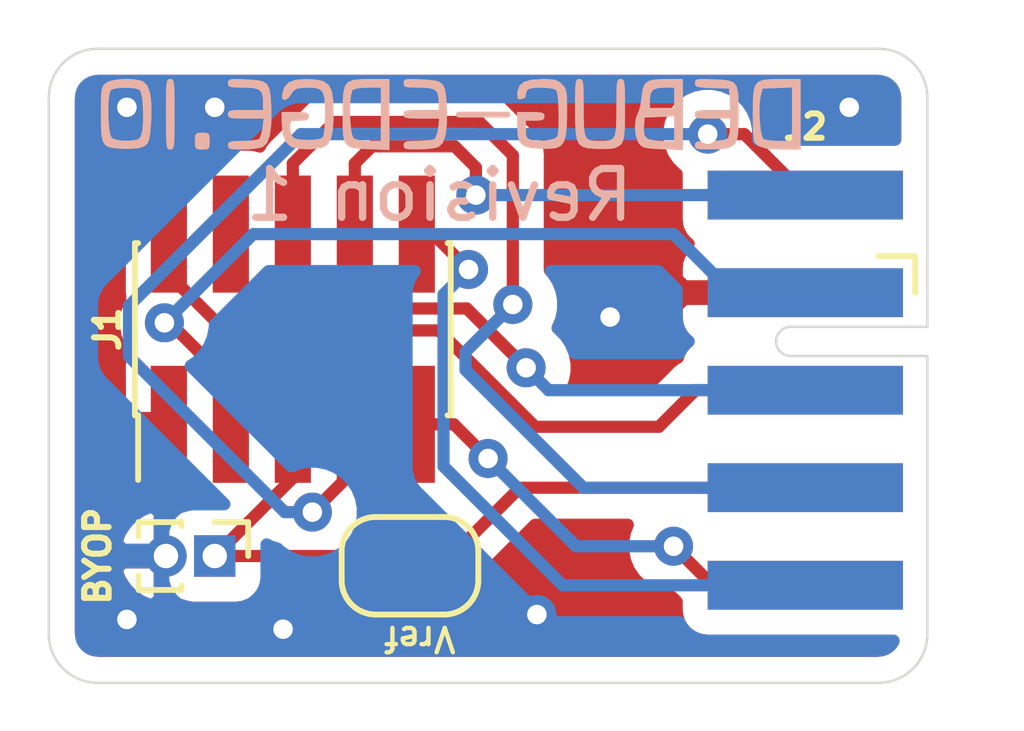
<source format=kicad_pcb>
(kicad_pcb (version 20171130) (host pcbnew "(5.1.6)-1")

  (general
    (thickness 1.6)
    (drawings 11)
    (tracks 81)
    (zones 0)
    (modules 5)
    (nets 12)
  )

  (page A4)
  (title_block
    (title "DebugEdge Adapter")
    (date 2020-08-27)
    (rev 1)
    (company debug-edge.io)
    (comment 1 "Brainchild of @tannewt, @_nitz, and @GregDavill")
  )

  (layers
    (0 F.Cu signal)
    (31 B.Cu signal)
    (32 B.Adhes user)
    (33 F.Adhes user)
    (34 B.Paste user)
    (35 F.Paste user)
    (36 B.SilkS user)
    (37 F.SilkS user)
    (38 B.Mask user)
    (39 F.Mask user)
    (40 Dwgs.User user)
    (41 Cmts.User user)
    (42 Eco1.User user)
    (43 Eco2.User user)
    (44 Edge.Cuts user)
    (45 Margin user)
    (46 B.CrtYd user)
    (47 F.CrtYd user)
    (48 B.Fab user)
    (49 F.Fab user hide)
  )

  (setup
    (last_trace_width 0.25)
    (trace_clearance 0.2)
    (zone_clearance 0.508)
    (zone_45_only no)
    (trace_min 0.2)
    (via_size 0.8)
    (via_drill 0.4)
    (via_min_size 0.4)
    (via_min_drill 0.3)
    (uvia_size 0.3)
    (uvia_drill 0.1)
    (uvias_allowed no)
    (uvia_min_size 0.2)
    (uvia_min_drill 0.1)
    (edge_width 0.05)
    (segment_width 0.2)
    (pcb_text_width 0.3)
    (pcb_text_size 1.5 1.5)
    (mod_edge_width 0.12)
    (mod_text_size 1 1)
    (mod_text_width 0.15)
    (pad_size 1.524 1.524)
    (pad_drill 0.762)
    (pad_to_mask_clearance 0.05)
    (aux_axis_origin 0 0)
    (visible_elements 7FFFFFFF)
    (pcbplotparams
      (layerselection 0x010fc_ffffffff)
      (usegerberextensions false)
      (usegerberattributes true)
      (usegerberadvancedattributes true)
      (creategerberjobfile true)
      (excludeedgelayer true)
      (linewidth 0.100000)
      (plotframeref false)
      (viasonmask false)
      (mode 1)
      (useauxorigin false)
      (hpglpennumber 1)
      (hpglpenspeed 20)
      (hpglpendiameter 15.000000)
      (psnegative false)
      (psa4output false)
      (plotreference true)
      (plotvalue true)
      (plotinvisibletext false)
      (padsonsilk false)
      (subtractmaskfromsilk false)
      (outputformat 1)
      (mirror false)
      (drillshape 1)
      (scaleselection 1)
      (outputdirectory ""))
  )

  (net 0 "")
  (net 1 /~RESET~)
  (net 2 GND)
  (net 3 /SWCLK)
  (net 4 /SWDIO)
  (net 5 VCC)
  (net 6 "Net-(J1-Pad7)")
  (net 7 "Net-(J1-Pad10)")
  (net 8 "Net-(J1-Pad9)")
  (net 9 "Net-(J1-Pad8)")
  (net 10 "Net-(J1-Pad6)")
  (net 11 "Net-(J2-Pad5)")

  (net_class Default "This is the default net class."
    (clearance 0.2)
    (trace_width 0.25)
    (via_dia 0.8)
    (via_drill 0.4)
    (uvia_dia 0.3)
    (uvia_drill 0.1)
    (add_net /SWCLK)
    (add_net /SWDIO)
    (add_net /~RESET~)
    (add_net GND)
    (add_net "Net-(J1-Pad10)")
    (add_net "Net-(J1-Pad6)")
    (add_net "Net-(J1-Pad7)")
    (add_net "Net-(J1-Pad8)")
    (add_net "Net-(J1-Pad9)")
    (add_net "Net-(J2-Pad5)")
    (add_net VCC)
  )

  (module Connector_DebugEdge:DebugEdge_2x05_Host (layer F.Cu) (tedit 5F47DF0E) (tstamp 5F46580B)
    (at 170 95 270)
    (path /5F46B9DC)
    (fp_text reference J2 (at -5.4 2.5 180) (layer F.SilkS)
      (effects (font (size 0.5 0.5) (thickness 0.125)))
    )
    (fp_text value DebugEdge_02x05 (at -1.2 -2 270) (layer F.Fab)
      (effects (font (size 1 1) (thickness 0.15)))
    )
    (fp_line (start 5 -0.5) (end 5 5) (layer B.CrtYd) (width 0.05))
    (fp_line (start -5 -0.5) (end 5 -0.5) (layer B.CrtYd) (width 0.05))
    (fp_line (start -5 5) (end -5 -0.5) (layer B.CrtYd) (width 0.05))
    (fp_line (start 5 5) (end -5 5) (layer B.CrtYd) (width 0.05))
    (fp_line (start -5 -0.5) (end -5 5) (layer F.CrtYd) (width 0.05))
    (fp_line (start 5 -0.5) (end -5 -0.5) (layer F.CrtYd) (width 0.05))
    (fp_line (start 5 5) (end 5 -0.5) (layer F.CrtYd) (width 0.05))
    (fp_line (start -5 5) (end 5 5) (layer F.CrtYd) (width 0.05))
    (fp_line (start -0.7 0) (end 5 0) (layer Edge.Cuts) (width 0.05))
    (fp_line (start -5 0) (end -1.3 0) (layer Edge.Cuts) (width 0.05))
    (fp_line (start -0.7 2.8) (end -0.7 0) (layer Edge.Cuts) (width 0.05))
    (fp_line (start -1.3 0) (end -1.3 2.8) (layer Edge.Cuts) (width 0.05))
    (fp_line (start -2 0.25) (end -2.75 0.25) (layer F.SilkS) (width 0.12))
    (fp_line (start -2.75 0.25) (end -2.75 1) (layer F.SilkS) (width 0.12))
    (fp_arc (start -1 2.8) (end -1.3 2.8) (angle -180) (layer Edge.Cuts) (width 0.05))
    (pad 9 smd rect (at 4 2.5 270) (size 1 4) (layers F.Cu F.Mask)
      (net 8 "Net-(J1-Pad9)"))
    (pad 5 smd rect (at 2 2.5 270) (size 1 4) (layers F.Cu F.Mask)
      (net 11 "Net-(J2-Pad5)"))
    (pad 2 smd rect (at 0 2.5 270) (size 1 4) (layers F.Cu F.Mask)
      (net 4 /SWDIO))
    (pad 1 smd rect (at -2 2.5 270) (size 1 4) (layers F.Cu F.Mask)
      (net 2 GND))
    (pad 7 smd rect (at -4 2.5 270) (size 1 4) (layers F.Cu F.Mask)
      (net 6 "Net-(J1-Pad7)"))
    (pad 10 smd rect (at 4 2.5 270) (size 1 4) (layers B.Cu B.Mask)
      (net 7 "Net-(J1-Pad10)"))
    (pad 6 smd rect (at 2 2.5 270) (size 1 4) (layers B.Cu B.Mask)
      (net 10 "Net-(J1-Pad6)"))
    (pad 3 smd rect (at -2 2.5 270) (size 1 4) (layers B.Cu B.Mask)
      (net 3 /SWCLK))
    (pad 8 smd rect (at -4 2.5 270) (size 1 4) (layers B.Cu B.Mask)
      (net 9 "Net-(J1-Pad8)"))
    (pad 4 smd rect (at 0 2.5 270) (size 1 4) (layers B.Cu B.Mask)
      (net 1 /~RESET~))
  )

  (module Connector_DebugEdge:DebugEdge_URL_Silk (layer B.Cu) (tedit 5F4720B6) (tstamp 5F47903F)
    (at 161 89.5 180)
    (fp_text reference Ref** (at 0 0) (layer B.SilkS) hide
      (effects (font (size 1.27 1.27) (thickness 0.15)) (justify mirror))
    )
    (fp_text value Val** (at 0 0) (layer B.SilkS) hide
      (effects (font (size 1.27 1.27) (thickness 0.15)) (justify mirror))
    )
    (fp_line (start -0.4 0.15) (end 0.6 0.15) (layer B.SilkS) (width 0.12))
    (fp_poly (pts (xy 7.591141 0.867949) (xy 7.743646 0.836661) (xy 7.82956 0.795407) (xy 7.870379 0.758155)
      (xy 7.898248 0.713908) (xy 7.91563 0.647049) (xy 7.92499 0.541956) (xy 7.928792 0.38301)
      (xy 7.9295 0.161919) (xy 7.927664 -0.093172) (xy 7.917079 -0.276144) (xy 7.890129 -0.399539)
      (xy 7.839198 -0.475896) (xy 7.756667 -0.517757) (xy 7.634922 -0.537662) (xy 7.499265 -0.54646)
      (xy 7.333137 -0.547855) (xy 7.185837 -0.536654) (xy 7.097057 -0.51759) (xy 7.025908 -0.482153)
      (xy 6.976859 -0.430568) (xy 6.944478 -0.346846) (xy 6.923333 -0.215001) (xy 6.907992 -0.019045)
      (xy 6.906337 0.009376) (xy 7.06388 0.009376) (xy 7.080307 -0.187653) (xy 7.118123 -0.310828)
      (xy 7.178051 -0.364365) (xy 7.179469 -0.364752) (xy 7.326723 -0.387426) (xy 7.484946 -0.387797)
      (xy 7.623432 -0.368021) (xy 7.711477 -0.330255) (xy 7.714809 -0.327142) (xy 7.74549 -0.254364)
      (xy 7.767698 -0.121025) (xy 7.781064 0.049759) (xy 7.785218 0.234874) (xy 7.779791 0.411204)
      (xy 7.764413 0.555634) (xy 7.738714 0.64505) (xy 7.730533 0.6562) (xy 7.658971 0.685006)
      (xy 7.534685 0.701416) (xy 7.388782 0.704919) (xy 7.252366 0.695003) (xy 7.156543 0.671156)
      (xy 7.146728 0.665807) (xy 7.109699 0.610889) (xy 7.084563 0.494203) (xy 7.069089 0.304929)
      (xy 7.068118 0.284473) (xy 7.06388 0.009376) (xy 6.906337 0.009376) (xy 6.903921 0.050834)
      (xy 6.899984 0.359281) (xy 6.927364 0.590909) (xy 6.986538 0.747747) (xy 7.077979 0.831824)
      (xy 7.087721 0.835859) (xy 7.233299 0.869177) (xy 7.411065 0.87933) (xy 7.591141 0.867949)) (layer B.SilkS) (width 0.01))
    (fp_poly (pts (xy 6.542181 0.872562) (xy 6.564459 0.853363) (xy 6.579559 0.806913) (xy 6.588872 0.721387)
      (xy 6.593788 0.584962) (xy 6.595699 0.385814) (xy 6.596 0.156667) (xy 6.595556 -0.105541)
      (xy 6.593297 -0.294909) (xy 6.587832 -0.423258) (xy 6.57777 -0.502415) (xy 6.561721 -0.544203)
      (xy 6.538291 -0.560446) (xy 6.511333 -0.563) (xy 6.480485 -0.559227) (xy 6.458206 -0.540028)
      (xy 6.443106 -0.493578) (xy 6.433794 -0.408053) (xy 6.428878 -0.271628) (xy 6.426967 -0.07248)
      (xy 6.426666 0.156667) (xy 6.42711 0.418876) (xy 6.429369 0.608243) (xy 6.434833 0.736593)
      (xy 6.444895 0.815749) (xy 6.460945 0.857537) (xy 6.484374 0.87378) (xy 6.511333 0.876334)
      (xy 6.542181 0.872562)) (layer B.SilkS) (width 0.01))
    (fp_poly (pts (xy 5.950032 -0.229459) (xy 5.992191 -0.261112) (xy 6.003002 -0.3437) (xy 6.003333 -0.393666)
      (xy 5.998847 -0.502084) (xy 5.971151 -0.550266) (xy 5.898887 -0.562621) (xy 5.855166 -0.563)
      (xy 5.7603 -0.557873) (xy 5.718141 -0.526221) (xy 5.707331 -0.443632) (xy 5.707 -0.393666)
      (xy 5.711485 -0.285248) (xy 5.739181 -0.237066) (xy 5.811446 -0.224711) (xy 5.855166 -0.224333)
      (xy 5.950032 -0.229459)) (layer B.SilkS) (width 0.01))
    (fp_poly (pts (xy 5.247745 0.873938) (xy 5.302707 0.860229) (xy 5.323202 0.831498) (xy 5.326 0.796011)
      (xy 5.31943 0.750505) (xy 5.287923 0.723856) (xy 5.213781 0.711078) (xy 5.079308 0.707186)
      (xy 5.009989 0.707) (xy 4.821833 0.699947) (xy 4.702588 0.670917) (xy 4.63711 0.608102)
      (xy 4.610258 0.499698) (xy 4.606333 0.392284) (xy 4.606333 0.241334) (xy 4.966166 0.241334)
      (xy 5.141128 0.239758) (xy 5.247998 0.232435) (xy 5.303332 0.215468) (xy 5.323686 0.184962)
      (xy 5.326 0.156667) (xy 5.319393 0.115751) (xy 5.288615 0.090643) (xy 5.217229 0.077534)
      (xy 5.088797 0.072613) (xy 4.960661 0.072) (xy 4.595322 0.072) (xy 4.617384 -0.123735)
      (xy 4.642215 -0.248554) (xy 4.679365 -0.336946) (xy 4.696973 -0.35592) (xy 4.766781 -0.37464)
      (xy 4.89317 -0.388018) (xy 5.04025 -0.393018) (xy 5.192624 -0.39583) (xy 5.278777 -0.407056)
      (xy 5.317103 -0.43219) (xy 5.325995 -0.476723) (xy 5.326 -0.478333) (xy 5.318457 -0.522116)
      (xy 5.283937 -0.54723) (xy 5.204604 -0.558428) (xy 5.06262 -0.560464) (xy 5.019083 -0.560134)
      (xy 4.852436 -0.552472) (xy 4.708441 -0.535102) (xy 4.617799 -0.511754) (xy 4.616791 -0.511276)
      (xy 4.531417 -0.428807) (xy 4.474468 -0.275583) (xy 4.445279 -0.048484) (xy 4.44318 0.255611)
      (xy 4.444588 0.294234) (xy 4.45727 0.520144) (xy 4.482447 0.675392) (xy 4.532839 0.773984)
      (xy 4.62117 0.829926) (xy 4.76016 0.857223) (xy 4.96253 0.86988) (xy 4.967661 0.870095)
      (xy 5.141627 0.876077) (xy 5.247745 0.873938)) (layer B.SilkS) (width 0.01))
    (fp_poly (pts (xy 3.944361 0.860097) (xy 4.085208 0.806462) (xy 4.171329 0.708042) (xy 4.20933 0.590584)
      (xy 4.219265 0.494058) (xy 4.193683 0.456307) (xy 4.168614 0.453) (xy 4.099283 0.486988)
      (xy 4.051151 0.54825) (xy 3.994897 0.634781) (xy 3.92462 0.682577) (xy 3.814907 0.702718)
      (xy 3.688607 0.706352) (xy 3.543563 0.700058) (xy 3.444672 0.671266) (xy 3.383273 0.606624)
      (xy 3.350709 0.492784) (xy 3.33832 0.316397) (xy 3.336981 0.164227) (xy 3.341243 -0.019444)
      (xy 3.352151 -0.17505) (xy 3.367796 -0.280422) (xy 3.37777 -0.309) (xy 3.432508 -0.347349)
      (xy 3.544939 -0.367533) (xy 3.696166 -0.3725) (xy 3.871761 -0.364874) (xy 3.979361 -0.334184)
      (xy 4.034872 -0.268714) (xy 4.054202 -0.156745) (xy 4.055351 -0.107916) (xy 4.051065 -0.023365)
      (xy 4.021851 0.016676) (xy 3.944764 0.028837) (xy 3.8655 0.029667) (xy 3.746452 0.035207)
      (xy 3.690158 0.05821) (xy 3.675072 0.108252) (xy 3.675 0.114334) (xy 3.683576 0.160154)
      (xy 3.721776 0.1857) (xy 3.80831 0.196728) (xy 3.950166 0.199) (xy 4.225333 0.199)
      (xy 4.225333 -0.006349) (xy 4.207238 -0.236992) (xy 4.150928 -0.397645) (xy 4.053368 -0.495327)
      (xy 4.004278 -0.517595) (xy 3.836138 -0.551144) (xy 3.634589 -0.556937) (xy 3.445093 -0.53522)
      (xy 3.369202 -0.514169) (xy 3.282892 -0.4557) (xy 3.22259 -0.347156) (xy 3.185499 -0.178898)
      (xy 3.168824 0.058711) (xy 3.167236 0.1821) (xy 3.174951 0.441025) (xy 3.204698 0.627568)
      (xy 3.26576 0.75305) (xy 3.367421 0.82879) (xy 3.518963 0.86611) (xy 3.729671 0.876328)
      (xy 3.736566 0.876334) (xy 3.944361 0.860097)) (layer B.SilkS) (width 0.01))
    (fp_poly (pts (xy 2.610737 0.873503) (xy 2.762477 0.857085) (xy 2.86512 0.815189) (xy 2.928254 0.735927)
      (xy 2.961469 0.607407) (xy 2.974354 0.41774) (xy 2.9765 0.161919) (xy 2.975123 -0.095571)
      (xy 2.964653 -0.280775) (xy 2.935581 -0.406075) (xy 2.8784 -0.48385) (xy 2.7836 -0.526481)
      (xy 2.641673 -0.546347) (xy 2.443109 -0.55583) (xy 2.424723 -0.556503) (xy 2.024 -0.571172)
      (xy 2.024 0.707) (xy 2.193333 0.707) (xy 2.193333 -0.393666) (xy 2.444309 -0.393666)
      (xy 2.629314 -0.381435) (xy 2.741353 -0.343588) (xy 2.761809 -0.327142) (xy 2.79249 -0.254364)
      (xy 2.814698 -0.121025) (xy 2.828064 0.049759) (xy 2.832218 0.234874) (xy 2.826791 0.411204)
      (xy 2.811413 0.555634) (xy 2.785714 0.64505) (xy 2.777533 0.6562) (xy 2.708712 0.683899)
      (xy 2.582074 0.702118) (xy 2.460033 0.707001) (xy 2.193333 0.707) (xy 2.024 0.707)
      (xy 2.024 0.876334) (xy 2.40031 0.876334) (xy 2.610737 0.873503)) (layer B.SilkS) (width 0.01))
    (fp_poly (pts (xy 1.649412 0.873938) (xy 1.704374 0.860229) (xy 1.724869 0.831498) (xy 1.727666 0.796011)
      (xy 1.721097 0.750505) (xy 1.68959 0.723856) (xy 1.615448 0.711078) (xy 1.480974 0.707186)
      (xy 1.411656 0.707) (xy 1.2235 0.699947) (xy 1.104254 0.670917) (xy 1.038777 0.608102)
      (xy 1.011924 0.499698) (xy 1.008 0.392284) (xy 1.008 0.241334) (xy 1.367833 0.241334)
      (xy 1.542794 0.239758) (xy 1.649665 0.232435) (xy 1.704999 0.215468) (xy 1.725352 0.184962)
      (xy 1.727666 0.156667) (xy 1.72106 0.115751) (xy 1.690282 0.090643) (xy 1.618896 0.077534)
      (xy 1.490464 0.072613) (xy 1.362327 0.072) (xy 0.996988 0.072) (xy 1.019051 -0.123735)
      (xy 1.043882 -0.248554) (xy 1.081031 -0.336946) (xy 1.09864 -0.35592) (xy 1.168447 -0.37464)
      (xy 1.294837 -0.388018) (xy 1.441916 -0.393018) (xy 1.594291 -0.39583) (xy 1.680444 -0.407056)
      (xy 1.718769 -0.43219) (xy 1.727662 -0.476723) (xy 1.727666 -0.478333) (xy 1.720123 -0.522116)
      (xy 1.685603 -0.54723) (xy 1.60627 -0.558428) (xy 1.464287 -0.560464) (xy 1.42075 -0.560134)
      (xy 1.254103 -0.552472) (xy 1.110108 -0.535102) (xy 1.019466 -0.511754) (xy 1.018458 -0.511276)
      (xy 0.932586 -0.429235) (xy 0.875802 -0.277865) (xy 0.847372 -0.053672) (xy 0.846563 0.246839)
      (xy 0.848697 0.297013) (xy 0.862748 0.522236) (xy 0.888271 0.676836) (xy 0.938016 0.774848)
      (xy 1.024733 0.830308) (xy 1.161173 0.857249) (xy 1.360086 0.869707) (xy 1.369327 0.870095)
      (xy 1.543293 0.876077) (xy 1.649412 0.873938)) (layer B.SilkS) (width 0.01))
    (fp_poly (pts (xy -0.899058 0.863143) (xy -0.741092 0.820003) (xy -0.646015 0.741565) (xy -0.604765 0.622481)
      (xy -0.601315 0.564888) (xy -0.611592 0.480821) (xy -0.650703 0.464396) (xy -0.66763 0.469638)
      (xy -0.735113 0.492052) (xy -0.752296 0.495334) (xy -0.766969 0.530763) (xy -0.77 0.575471)
      (xy -0.801125 0.655025) (xy -0.836963 0.681305) (xy -0.937705 0.701314) (xy -1.075393 0.707082)
      (xy -1.21895 0.700003) (xy -1.337301 0.681472) (xy -1.396534 0.6562) (xy -1.423132 0.583399)
      (xy -1.440118 0.429851) (xy -1.447151 0.198968) (xy -1.447334 0.147153) (xy -1.446627 -0.054604)
      (xy -1.442157 -0.187912) (xy -1.430398 -0.268991) (xy -1.407825 -0.314059) (xy -1.370911 -0.339334)
      (xy -1.338745 -0.352381) (xy -1.167988 -0.387951) (xy -0.972477 -0.386362) (xy -0.86525 -0.366984)
      (xy -0.804422 -0.337099) (xy -0.776538 -0.273817) (xy -0.77 -0.155895) (xy -0.77 0.029667)
      (xy -0.9605 0.029667) (xy -1.079548 0.035207) (xy -1.135842 0.05821) (xy -1.150928 0.108252)
      (xy -1.151 0.114334) (xy -1.142424 0.160154) (xy -1.104224 0.1857) (xy -1.01769 0.196728)
      (xy -0.875834 0.199) (xy -0.600667 0.199) (xy -0.600667 -0.090772) (xy -0.610934 -0.28715)
      (xy -0.651332 -0.415919) (xy -0.736257 -0.492215) (xy -0.880104 -0.531174) (xy -1.032539 -0.544842)
      (xy -1.192223 -0.547747) (xy -1.331976 -0.540116) (xy -1.404662 -0.527719) (xy -1.488329 -0.486208)
      (xy -1.547664 -0.412147) (xy -1.586274 -0.293285) (xy -1.607766 -0.117371) (xy -1.615745 0.127849)
      (xy -1.616043 0.190341) (xy -1.615199 0.39954) (xy -1.609891 0.542048) (xy -1.596932 0.635833)
      (xy -1.573134 0.698861) (xy -1.535308 0.7491) (xy -1.512758 0.772425) (xy -1.442674 0.830318)
      (xy -1.361117 0.861898) (xy -1.240519 0.87463) (xy -1.128975 0.876334) (xy -0.899058 0.863143)) (layer B.SilkS) (width 0.01))
    (fp_poly (pts (xy -1.837549 0.872033) (xy -1.814415 0.850571) (xy -1.799479 0.799112) (xy -1.790959 0.704818)
      (xy -1.787069 0.554853) (xy -1.786026 0.336378) (xy -1.786 0.26719) (xy -1.788063 -0.011432)
      (xy -1.798463 -0.216881) (xy -1.82352 -0.360627) (xy -1.869553 -0.454141) (xy -1.94288 -0.508891)
      (xy -2.049821 -0.536347) (xy -2.196696 -0.54798) (xy -2.23599 -0.549593) (xy -2.392494 -0.55167)
      (xy -2.520347 -0.546348) (xy -2.590334 -0.535157) (xy -2.668797 -0.498925) (xy -2.725061 -0.454198)
      (xy -2.762799 -0.387394) (xy -2.785681 -0.28493) (xy -2.79738 -0.133224) (xy -2.801567 0.081308)
      (xy -2.802 0.247895) (xy -2.801435 0.490489) (xy -2.798604 0.66106) (xy -2.791804 0.77225)
      (xy -2.779331 0.8367) (xy -2.759483 0.867052) (xy -2.730556 0.875949) (xy -2.717334 0.876334)
      (xy -2.683794 0.871928) (xy -2.660514 0.850027) (xy -2.645628 0.797603) (xy -2.637271 0.701628)
      (xy -2.633575 0.549074) (xy -2.632676 0.326916) (xy -2.632667 0.285157) (xy -2.631329 0.03181)
      (xy -2.623254 -0.149076) (xy -2.602357 -0.269702) (xy -2.562548 -0.34227) (xy -2.49774 -0.378984)
      (xy -2.401845 -0.392046) (xy -2.294 -0.393666) (xy -2.167605 -0.390983) (xy -2.077361 -0.374799)
      (xy -2.01718 -0.332912) (xy -1.980975 -0.253119) (xy -1.962659 -0.123218) (xy -1.956142 0.068993)
      (xy -1.955334 0.285157) (xy -1.954703 0.519343) (xy -1.951566 0.681893) (xy -1.944058 0.785833)
      (xy -1.930313 0.844191) (xy -1.908465 0.869995) (xy -1.876648 0.876271) (xy -1.870667 0.876334)
      (xy -1.837549 0.872033)) (layer B.SilkS) (width 0.01))
    (fp_poly (pts (xy -3.447924 0.870165) (xy -3.308172 0.844415) (xy -3.222369 0.788221) (xy -3.175379 0.690718)
      (xy -3.15207 0.541043) (xy -3.149586 0.512261) (xy -3.12888 0.361228) (xy -3.096843 0.234877)
      (xy -3.071494 0.178998) (xy -3.026649 0.058173) (xy -3.012834 -0.104353) (xy -3.028692 -0.272091)
      (xy -3.07287 -0.408552) (xy -3.094546 -0.441893) (xy -3.140438 -0.489079) (xy -3.198808 -0.519814)
      (xy -3.288889 -0.538626) (xy -3.429917 -0.550043) (xy -3.58138 -0.556503) (xy -3.987334 -0.571172)
      (xy -3.987334 -0.393666) (xy -3.818 -0.393666) (xy -3.572092 -0.393666) (xy -3.424171 -0.384591)
      (xy -3.302884 -0.361213) (xy -3.251715 -0.339214) (xy -3.202698 -0.27576) (xy -3.187769 -0.168304)
      (xy -3.190708 -0.095798) (xy -3.204167 0.093167) (xy -3.511084 0.105605) (xy -3.818 0.118043)
      (xy -3.818 -0.393666) (xy -3.987334 -0.393666) (xy -3.987334 0.707) (xy -3.818 0.707)
      (xy -3.818 0.283667) (xy -3.31 0.283667) (xy -3.31 0.444534) (xy -3.325579 0.583015)
      (xy -3.38232 0.66414) (xy -3.495232 0.700832) (xy -3.6148 0.707) (xy -3.818 0.707)
      (xy -3.987334 0.707) (xy -3.987334 0.876334) (xy -3.656758 0.876334) (xy -3.447924 0.870165)) (layer B.SilkS) (width 0.01))
    (fp_poly (pts (xy -4.33112 0.874235) (xy -4.270346 0.86226) (xy -4.24579 0.836834) (xy -4.241334 0.797591)
      (xy -4.248322 0.754436) (xy -4.280475 0.727336) (xy -4.354574 0.711512) (xy -4.487401 0.702186)
      (xy -4.590584 0.698129) (xy -4.939834 0.685834) (xy -4.952629 0.463584) (xy -4.965425 0.241334)
      (xy -4.603379 0.241334) (xy -4.427777 0.239776) (xy -4.320315 0.23253) (xy -4.264484 0.215736)
      (xy -4.243777 0.185532) (xy -4.241334 0.156667) (xy -4.24803 0.1155) (xy -4.279156 0.090354)
      (xy -4.351265 0.077334) (xy -4.480915 0.072545) (xy -4.601167 0.072) (xy -4.961 0.072)
      (xy -4.961 -0.110033) (xy -4.949828 -0.234777) (xy -4.921889 -0.326284) (xy -4.9102 -0.342866)
      (xy -4.839644 -0.370524) (xy -4.704412 -0.388339) (xy -4.550367 -0.393666) (xy -4.390649 -0.395773)
      (xy -4.297795 -0.405336) (xy -4.254042 -0.427224) (xy -4.241625 -0.466302) (xy -4.241334 -0.478333)
      (xy -4.248845 -0.522101) (xy -4.28327 -0.54716) (xy -4.362448 -0.558237) (xy -4.504219 -0.560058)
      (xy -4.54825 -0.559657) (xy -4.708751 -0.554912) (xy -4.840629 -0.545594) (xy -4.916624 -0.533669)
      (xy -4.918667 -0.532967) (xy -5.002131 -0.49574) (xy -5.060343 -0.446107) (xy -5.097787 -0.369494)
      (xy -5.118944 -0.251329) (xy -5.128298 -0.077039) (xy -5.130334 0.155137) (xy -5.128967 0.41204)
      (xy -5.119035 0.596672) (xy -5.091787 0.721428) (xy -5.038474 0.798706) (xy -4.950346 0.8409)
      (xy -4.818653 0.860407) (xy -4.634647 0.869621) (xy -4.625772 0.869963) (xy -4.444225 0.875792)
      (xy -4.33112 0.874235)) (layer B.SilkS) (width 0.01))
    (fp_poly (pts (xy -5.788741 0.873953) (xy -5.637963 0.858851) (xy -5.536218 0.819084) (xy -5.473894 0.742712)
      (xy -5.441377 0.617793) (xy -5.429052 0.432385) (xy -5.427307 0.174547) (xy -5.427315 0.16725)
      (xy -5.429891 -0.040668) (xy -5.436456 -0.219105) (xy -5.44605 -0.350312) (xy -5.457711 -0.416542)
      (xy -5.459065 -0.419079) (xy -5.539657 -0.490602) (xy -5.67472 -0.536438) (xy -5.874965 -0.55925)
      (xy -6.037717 -0.563) (xy -6.400334 -0.563) (xy -6.400334 -0.393666) (xy -6.231 -0.393666)
      (xy -5.966417 -0.393018) (xy -5.816959 -0.386832) (xy -5.697062 -0.371427) (xy -5.641512 -0.354193)
      (xy -5.609363 -0.293609) (xy -5.583619 -0.170962) (xy -5.565738 -0.008708) (xy -5.557178 0.170693)
      (xy -5.559397 0.344783) (xy -5.573853 0.491104) (xy -5.583607 0.537667) (xy -5.622278 0.685834)
      (xy -6.231 0.71071) (xy -6.231 -0.393666) (xy -6.400334 -0.393666) (xy -6.400334 0.876334)
      (xy -5.998167 0.876334) (xy -5.788741 0.873953)) (layer B.SilkS) (width 0.01))
  )

  (module Connector_PinHeader_1.00mm:PinHeader_1x02_P1.00mm_Vertical (layer F.Cu) (tedit 59FED738) (tstamp 5F47877A)
    (at 155.4 98.4 270)
    (descr "Through hole straight pin header, 1x02, 1.00mm pitch, single row")
    (tags "Through hole pin header THT 1x02 1.00mm single row")
    (path /5F4762C8)
    (fp_text reference J3 (at 0 2.2 90) (layer F.SilkS) hide
      (effects (font (size 0.5 0.5) (thickness 0.08)))
    )
    (fp_text value BYOP (at 0 4 90) (layer F.Fab)
      (effects (font (size 1 1) (thickness 0.15)))
    )
    (fp_line (start 1.15 -1) (end -1.15 -1) (layer F.CrtYd) (width 0.05))
    (fp_line (start 1.15 2) (end 1.15 -1) (layer F.CrtYd) (width 0.05))
    (fp_line (start -1.15 2) (end 1.15 2) (layer F.CrtYd) (width 0.05))
    (fp_line (start -1.15 -1) (end -1.15 2) (layer F.CrtYd) (width 0.05))
    (fp_line (start -0.695 -0.685) (end 0 -0.685) (layer F.SilkS) (width 0.12))
    (fp_line (start -0.695 0) (end -0.695 -0.685) (layer F.SilkS) (width 0.12))
    (fp_line (start 0.608276 0.685) (end 0.695 0.685) (layer F.SilkS) (width 0.12))
    (fp_line (start -0.695 0.685) (end -0.608276 0.685) (layer F.SilkS) (width 0.12))
    (fp_line (start 0.695 0.685) (end 0.695 1.56) (layer F.SilkS) (width 0.12))
    (fp_line (start -0.695 0.685) (end -0.695 1.56) (layer F.SilkS) (width 0.12))
    (fp_line (start 0.394493 1.56) (end 0.695 1.56) (layer F.SilkS) (width 0.12))
    (fp_line (start -0.695 1.56) (end -0.394493 1.56) (layer F.SilkS) (width 0.12))
    (fp_line (start -0.635 -0.1825) (end -0.3175 -0.5) (layer F.Fab) (width 0.1))
    (fp_line (start -0.635 1.5) (end -0.635 -0.1825) (layer F.Fab) (width 0.1))
    (fp_line (start 0.635 1.5) (end -0.635 1.5) (layer F.Fab) (width 0.1))
    (fp_line (start 0.635 -0.5) (end 0.635 1.5) (layer F.Fab) (width 0.1))
    (fp_line (start -0.3175 -0.5) (end 0.635 -0.5) (layer F.Fab) (width 0.1))
    (fp_text user %R (at 0 0.5) (layer F.Fab)
      (effects (font (size 0.76 0.76) (thickness 0.114)))
    )
    (pad 2 thru_hole oval (at 0 1 270) (size 0.85 0.85) (drill 0.5) (layers *.Cu *.Mask)
      (net 2 GND))
    (pad 1 thru_hole rect (at 0 0 270) (size 0.85 0.85) (drill 0.5) (layers *.Cu *.Mask)
      (net 5 VCC))
    (model ${KISYS3DMOD}/Connector_PinHeader_1.00mm.3dshapes/PinHeader_1x02_P1.00mm_Vertical.wrl
      (at (xyz 0 0 0))
      (scale (xyz 1 1 1))
      (rotate (xyz 0 0 0))
    )
  )

  (module Jumper:SolderJumper-2_P1.3mm_Bridged_RoundedPad1.0x1.5mm (layer F.Cu) (tedit 5C745284) (tstamp 5F478997)
    (at 159.4 98.6)
    (descr "SMD Solder Jumper, 1x1.5mm, rounded Pads, 0.3mm gap, bridged with 1 copper strip")
    (tags "solder jumper open")
    (path /5F47209A)
    (attr virtual)
    (fp_text reference JP1 (at 0 -1.8) (layer F.SilkS) hide
      (effects (font (size 1 1) (thickness 0.15)))
    )
    (fp_text value SolderJumper_2_Bridged (at 0.6 2.4) (layer F.Fab)
      (effects (font (size 0.3 0.3) (thickness 0.075)))
    )
    (fp_poly (pts (xy 0.25 -0.3) (xy -0.25 -0.3) (xy -0.25 0.3) (xy 0.25 0.3)) (layer F.Cu) (width 0))
    (fp_line (start 1.65 1.25) (end -1.65 1.25) (layer F.CrtYd) (width 0.05))
    (fp_line (start 1.65 1.25) (end 1.65 -1.25) (layer F.CrtYd) (width 0.05))
    (fp_line (start -1.65 -1.25) (end -1.65 1.25) (layer F.CrtYd) (width 0.05))
    (fp_line (start -1.65 -1.25) (end 1.65 -1.25) (layer F.CrtYd) (width 0.05))
    (fp_line (start -0.7 -1) (end 0.7 -1) (layer F.SilkS) (width 0.12))
    (fp_line (start 1.4 -0.3) (end 1.4 0.3) (layer F.SilkS) (width 0.12))
    (fp_line (start 0.7 1) (end -0.7 1) (layer F.SilkS) (width 0.12))
    (fp_line (start -1.4 0.3) (end -1.4 -0.3) (layer F.SilkS) (width 0.12))
    (fp_arc (start -0.7 -0.3) (end -0.7 -1) (angle -90) (layer F.SilkS) (width 0.12))
    (fp_arc (start -0.7 0.3) (end -1.4 0.3) (angle -90) (layer F.SilkS) (width 0.12))
    (fp_arc (start 0.7 0.3) (end 0.7 1) (angle -90) (layer F.SilkS) (width 0.12))
    (fp_arc (start 0.7 -0.3) (end 1.4 -0.3) (angle -90) (layer F.SilkS) (width 0.12))
    (pad 1 smd custom (at -0.65 0) (size 1 0.5) (layers F.Cu F.Mask)
      (net 5 VCC) (zone_connect 2)
      (options (clearance outline) (anchor rect))
      (primitives
        (gr_circle (center 0 0.25) (end 0.5 0.25) (width 0))
        (gr_circle (center 0 -0.25) (end 0.5 -0.25) (width 0))
        (gr_poly (pts
           (xy 0 -0.75) (xy 0.5 -0.75) (xy 0.5 0.75) (xy 0 0.75)) (width 0))
      ))
    (pad 2 smd custom (at 0.65 0) (size 1 0.5) (layers F.Cu F.Mask)
      (net 11 "Net-(J2-Pad5)") (zone_connect 2)
      (options (clearance outline) (anchor rect))
      (primitives
        (gr_circle (center 0 0.25) (end 0.5 0.25) (width 0))
        (gr_circle (center 0 -0.25) (end 0.5 -0.25) (width 0))
        (gr_poly (pts
           (xy 0 -0.75) (xy -0.5 -0.75) (xy -0.5 0.75) (xy 0 0.75)) (width 0))
      ))
  )

  (module Connector_PinHeader_1.27mm:PinHeader_2x05_P1.27mm_Vertical_SMD (layer F.Cu) (tedit 59FED6E3) (tstamp 5F478F5D)
    (at 157 93.75 90)
    (descr "surface-mounted straight pin header, 2x05, 1.27mm pitch, double rows")
    (tags "Surface mounted pin header SMD 2x05 1.27mm double row")
    (path /5F47310F)
    (attr smd)
    (fp_text reference J1 (at 0 -3.8 270) (layer F.SilkS)
      (effects (font (size 0.5 0.5) (thickness 0.125)))
    )
    (fp_text value "Upstream Host Connector" (at -1.45 -7.4 90) (layer F.Fab)
      (effects (font (size 1 1) (thickness 0.15)))
    )
    (fp_line (start 1.705 3.175) (end -1.705 3.175) (layer F.Fab) (width 0.1))
    (fp_line (start -1.27 -3.175) (end 1.705 -3.175) (layer F.Fab) (width 0.1))
    (fp_line (start -1.705 3.175) (end -1.705 -2.74) (layer F.Fab) (width 0.1))
    (fp_line (start -1.705 -2.74) (end -1.27 -3.175) (layer F.Fab) (width 0.1))
    (fp_line (start 1.705 -3.175) (end 1.705 3.175) (layer F.Fab) (width 0.1))
    (fp_line (start -1.705 -2.74) (end -2.75 -2.74) (layer F.Fab) (width 0.1))
    (fp_line (start -2.75 -2.74) (end -2.75 -2.34) (layer F.Fab) (width 0.1))
    (fp_line (start -2.75 -2.34) (end -1.705 -2.34) (layer F.Fab) (width 0.1))
    (fp_line (start 1.705 -2.74) (end 2.75 -2.74) (layer F.Fab) (width 0.1))
    (fp_line (start 2.75 -2.74) (end 2.75 -2.34) (layer F.Fab) (width 0.1))
    (fp_line (start 2.75 -2.34) (end 1.705 -2.34) (layer F.Fab) (width 0.1))
    (fp_line (start -1.705 -1.47) (end -2.75 -1.47) (layer F.Fab) (width 0.1))
    (fp_line (start -2.75 -1.47) (end -2.75 -1.07) (layer F.Fab) (width 0.1))
    (fp_line (start -2.75 -1.07) (end -1.705 -1.07) (layer F.Fab) (width 0.1))
    (fp_line (start 1.705 -1.47) (end 2.75 -1.47) (layer F.Fab) (width 0.1))
    (fp_line (start 2.75 -1.47) (end 2.75 -1.07) (layer F.Fab) (width 0.1))
    (fp_line (start 2.75 -1.07) (end 1.705 -1.07) (layer F.Fab) (width 0.1))
    (fp_line (start -1.705 -0.2) (end -2.75 -0.2) (layer F.Fab) (width 0.1))
    (fp_line (start -2.75 -0.2) (end -2.75 0.2) (layer F.Fab) (width 0.1))
    (fp_line (start -2.75 0.2) (end -1.705 0.2) (layer F.Fab) (width 0.1))
    (fp_line (start 1.705 -0.2) (end 2.75 -0.2) (layer F.Fab) (width 0.1))
    (fp_line (start 2.75 -0.2) (end 2.75 0.2) (layer F.Fab) (width 0.1))
    (fp_line (start 2.75 0.2) (end 1.705 0.2) (layer F.Fab) (width 0.1))
    (fp_line (start -1.705 1.07) (end -2.75 1.07) (layer F.Fab) (width 0.1))
    (fp_line (start -2.75 1.07) (end -2.75 1.47) (layer F.Fab) (width 0.1))
    (fp_line (start -2.75 1.47) (end -1.705 1.47) (layer F.Fab) (width 0.1))
    (fp_line (start 1.705 1.07) (end 2.75 1.07) (layer F.Fab) (width 0.1))
    (fp_line (start 2.75 1.07) (end 2.75 1.47) (layer F.Fab) (width 0.1))
    (fp_line (start 2.75 1.47) (end 1.705 1.47) (layer F.Fab) (width 0.1))
    (fp_line (start -1.705 2.34) (end -2.75 2.34) (layer F.Fab) (width 0.1))
    (fp_line (start -2.75 2.34) (end -2.75 2.74) (layer F.Fab) (width 0.1))
    (fp_line (start -2.75 2.74) (end -1.705 2.74) (layer F.Fab) (width 0.1))
    (fp_line (start 1.705 2.34) (end 2.75 2.34) (layer F.Fab) (width 0.1))
    (fp_line (start 2.75 2.34) (end 2.75 2.74) (layer F.Fab) (width 0.1))
    (fp_line (start 2.75 2.74) (end 1.705 2.74) (layer F.Fab) (width 0.1))
    (fp_line (start -1.765 -3.235) (end 1.765 -3.235) (layer F.SilkS) (width 0.12))
    (fp_line (start -1.765 3.235) (end 1.765 3.235) (layer F.SilkS) (width 0.12))
    (fp_line (start -3.09 -3.17) (end -1.765 -3.17) (layer F.SilkS) (width 0.12))
    (fp_line (start -1.765 -3.235) (end -1.765 -3.17) (layer F.SilkS) (width 0.12))
    (fp_line (start 1.765 -3.235) (end 1.765 -3.17) (layer F.SilkS) (width 0.12))
    (fp_line (start -1.765 3.17) (end -1.765 3.235) (layer F.SilkS) (width 0.12))
    (fp_line (start 1.765 3.17) (end 1.765 3.235) (layer F.SilkS) (width 0.12))
    (fp_line (start -4.3 -3.7) (end -4.3 3.7) (layer F.CrtYd) (width 0.05))
    (fp_line (start -4.3 3.7) (end 4.3 3.7) (layer F.CrtYd) (width 0.05))
    (fp_line (start 4.3 3.7) (end 4.3 -3.7) (layer F.CrtYd) (width 0.05))
    (fp_line (start 4.3 -3.7) (end -4.3 -3.7) (layer F.CrtYd) (width 0.05))
    (fp_text user %R (at 0 0 180) (layer F.Fab)
      (effects (font (size 1 1) (thickness 0.15)))
    )
    (pad 10 smd rect (at 1.95 2.54 90) (size 2.4 0.74) (layers F.Cu F.Paste F.Mask)
      (net 7 "Net-(J1-Pad10)"))
    (pad 9 smd rect (at -1.95 2.54 90) (size 2.4 0.74) (layers F.Cu F.Paste F.Mask)
      (net 8 "Net-(J1-Pad9)"))
    (pad 8 smd rect (at 1.95 1.27 90) (size 2.4 0.74) (layers F.Cu F.Paste F.Mask)
      (net 9 "Net-(J1-Pad8)"))
    (pad 7 smd rect (at -1.95 1.27 90) (size 2.4 0.74) (layers F.Cu F.Paste F.Mask)
      (net 6 "Net-(J1-Pad7)"))
    (pad 6 smd rect (at 1.95 0 90) (size 2.4 0.74) (layers F.Cu F.Paste F.Mask)
      (net 10 "Net-(J1-Pad6)"))
    (pad 5 smd rect (at -1.95 0 90) (size 2.4 0.74) (layers F.Cu F.Paste F.Mask)
      (net 5 VCC))
    (pad 4 smd rect (at 1.95 -1.27 90) (size 2.4 0.74) (layers F.Cu F.Paste F.Mask)
      (net 1 /~RESET~))
    (pad 3 smd rect (at -1.95 -1.27 90) (size 2.4 0.74) (layers F.Cu F.Paste F.Mask)
      (net 3 /SWCLK))
    (pad 2 smd rect (at 1.95 -2.54 90) (size 2.4 0.74) (layers F.Cu F.Paste F.Mask)
      (net 4 /SWDIO))
    (pad 1 smd rect (at -1.95 -2.54 90) (size 2.4 0.74) (layers F.Cu F.Paste F.Mask)
      (net 2 GND))
    (model ${KISYS3DMOD}/Connector_PinHeader_1.27mm.3dshapes/PinHeader_2x05_P1.27mm_Vertical_SMD.wrl
      (at (xyz 0 0 0))
      (scale (xyz 1 1 1))
      (rotate (xyz 0 0 0))
    )
  )

  (gr_arc (start 153 100) (end 152 100) (angle -90) (layer Edge.Cuts) (width 0.05))
  (gr_arc (start 169 100) (end 169 101) (angle -90) (layer Edge.Cuts) (width 0.05))
  (gr_arc (start 169 89) (end 170 89) (angle -90) (layer Edge.Cuts) (width 0.05))
  (gr_arc (start 153 89) (end 153 88) (angle -90) (layer Edge.Cuts) (width 0.05))
  (gr_text "Revision 1" (at 160 91) (layer B.SilkS)
    (effects (font (size 1 1) (thickness 0.15)) (justify mirror))
  )
  (gr_text Vref (at 159.6 100.1 180) (layer F.SilkS) (tstamp 5F478BF1)
    (effects (font (size 0.5 0.5) (thickness 0.09)))
  )
  (gr_text BYOP (at 153 98.4 90) (layer F.SilkS)
    (effects (font (size 0.5 0.5) (thickness 0.125)))
  )
  (gr_line (start 153 101) (end 169 101) (layer Edge.Cuts) (width 0.05) (tstamp 5F4644F1))
  (gr_line (start 152 89) (end 152 100) (layer Edge.Cuts) (width 0.05))
  (gr_line (start 169 88) (end 153 88) (layer Edge.Cuts) (width 0.05))
  (gr_line (start 170 90) (end 170 89) (layer Edge.Cuts) (width 0.05))

  (segment (start 155.73 91.8) (end 155.73 92.63) (width 0.25) (layer F.Cu) (net 1))
  (segment (start 160.563819 93.325001) (end 161.779645 94.540827) (width 0.25) (layer F.Cu) (net 1))
  (segment (start 156.425001 93.325001) (end 160.563819 93.325001) (width 0.25) (layer F.Cu) (net 1))
  (segment (start 162.238818 95) (end 161.779645 94.540827) (width 0.25) (layer B.Cu) (net 1))
  (via (at 161.779645 94.540827) (size 0.8) (drill 0.4) (layers F.Cu B.Cu) (net 1))
  (segment (start 155.73 92.63) (end 156.425001 93.325001) (width 0.25) (layer F.Cu) (net 1))
  (segment (start 167.5 95) (end 162.238818 95) (width 0.25) (layer B.Cu) (net 1))
  (via (at 153.6 89.2) (size 0.8) (drill 0.4) (layers F.Cu B.Cu) (net 2))
  (via (at 155.4 89.2) (size 0.8) (drill 0.4) (layers F.Cu B.Cu) (net 2))
  (via (at 168.4 89.2) (size 0.8) (drill 0.4) (layers F.Cu B.Cu) (net 2))
  (via (at 162 99.6) (size 0.8) (drill 0.4) (layers F.Cu B.Cu) (net 2))
  (via (at 156.8 99.9) (size 0.8) (drill 0.4) (layers F.Cu B.Cu) (net 2))
  (via (at 153.6 99.7) (size 0.8) (drill 0.4) (layers F.Cu B.Cu) (net 2))
  (via (at 163.5 93.5) (size 0.8) (drill 0.4) (layers F.Cu B.Cu) (net 2))
  (via (at 154.368135 93.618442) (size 0.8) (drill 0.4) (layers F.Cu B.Cu) (net 3))
  (segment (start 154.478442 93.618442) (end 154.368135 93.618442) (width 0.25) (layer F.Cu) (net 3))
  (segment (start 155.73 95.7) (end 155.73 94.87) (width 0.25) (layer F.Cu) (net 3))
  (segment (start 155.73 94.87) (end 154.478442 93.618442) (width 0.25) (layer F.Cu) (net 3))
  (segment (start 164.8 91.8) (end 166 93) (width 0.25) (layer B.Cu) (net 3))
  (segment (start 154.368135 93.618442) (end 156.186577 91.8) (width 0.25) (layer B.Cu) (net 3))
  (segment (start 166 93) (end 167.5 93) (width 0.25) (layer B.Cu) (net 3))
  (segment (start 156.186577 91.8) (end 164.8 91.8) (width 0.25) (layer B.Cu) (net 3))
  (segment (start 165.25 95) (end 167.5 95) (width 0.25) (layer F.Cu) (net 4))
  (segment (start 164.5 95.75) (end 165.25 95) (width 0.25) (layer F.Cu) (net 4))
  (segment (start 161.963498 95.75) (end 164.5 95.75) (width 0.25) (layer F.Cu) (net 4))
  (segment (start 154.46 92.63) (end 155.58 93.75) (width 0.25) (layer F.Cu) (net 4))
  (segment (start 154.46 91.8) (end 154.46 92.63) (width 0.25) (layer F.Cu) (net 4))
  (segment (start 156.158587 93.75) (end 156.183599 93.775012) (width 0.25) (layer F.Cu) (net 4))
  (segment (start 155.58 93.75) (end 156.158587 93.75) (width 0.25) (layer F.Cu) (net 4))
  (segment (start 159.98851 93.775012) (end 161.963498 95.75) (width 0.25) (layer F.Cu) (net 4))
  (segment (start 156.183599 93.775012) (end 159.98851 93.775012) (width 0.25) (layer F.Cu) (net 4))
  (segment (start 158.55 98.4) (end 158.75 98.6) (width 0.25) (layer F.Cu) (net 5))
  (segment (start 155.4 98.4) (end 158.55 98.4) (width 0.25) (layer F.Cu) (net 5))
  (segment (start 157 96.8) (end 157 95.7) (width 0.25) (layer F.Cu) (net 5))
  (segment (start 155.4 98.4) (end 157 96.8) (width 0.25) (layer F.Cu) (net 5))
  (via (at 165.5 89.75) (size 0.8) (drill 0.4) (layers F.Cu B.Cu) (net 6))
  (segment (start 166.25 89.75) (end 167.5 91) (width 0.25) (layer F.Cu) (net 6))
  (segment (start 165.5 89.75) (end 166.25 89.75) (width 0.25) (layer F.Cu) (net 6))
  (segment (start 158.27 96.63) (end 157.4 97.5) (width 0.25) (layer F.Cu) (net 6))
  (via (at 157.4 97.5) (size 0.8) (drill 0.4) (layers F.Cu B.Cu) (net 6))
  (segment (start 158.27 95.7) (end 158.27 96.63) (width 0.25) (layer F.Cu) (net 6))
  (segment (start 156.834315 97.5) (end 157.4 97.5) (width 0.25) (layer B.Cu) (net 6))
  (segment (start 153.643134 94.308819) (end 156.834315 97.5) (width 0.25) (layer B.Cu) (net 6))
  (segment (start 153.643134 93.270441) (end 153.643134 94.308819) (width 0.25) (layer B.Cu) (net 6))
  (segment (start 157.163575 89.75) (end 153.643134 93.270441) (width 0.25) (layer B.Cu) (net 6))
  (segment (start 165.5 89.75) (end 157.163575 89.75) (width 0.25) (layer B.Cu) (net 6))
  (segment (start 167.5 99) (end 167.6 99) (width 0.25) (layer B.Cu) (net 7))
  (via (at 160.6 92.525) (size 0.8) (drill 0.4) (layers F.Cu B.Cu) (net 7))
  (segment (start 159.54 91.8) (end 159.875 91.8) (width 0.25) (layer F.Cu) (net 7))
  (segment (start 159.875 91.8) (end 160.6 92.525) (width 0.25) (layer F.Cu) (net 7))
  (segment (start 160.087642 96.560654) (end 162.526988 99) (width 0.25) (layer B.Cu) (net 7))
  (segment (start 160.087642 93.037358) (end 160.087642 96.560654) (width 0.25) (layer B.Cu) (net 7))
  (segment (start 160.6 92.525) (end 160.087642 93.037358) (width 0.25) (layer B.Cu) (net 7))
  (segment (start 167.5 99) (end 162.526988 99) (width 0.25) (layer B.Cu) (net 7))
  (via (at 161 96.4) (size 0.8) (drill 0.4) (layers F.Cu B.Cu) (net 8))
  (segment (start 159.54 95.7) (end 160.3 95.7) (width 0.25) (layer F.Cu) (net 8))
  (segment (start 160.3 95.7) (end 161 96.4) (width 0.25) (layer F.Cu) (net 8))
  (segment (start 161 96.4) (end 162.8 98.2) (width 0.25) (layer B.Cu) (net 8))
  (via (at 164.8 98.2) (size 0.8) (drill 0.4) (layers F.Cu B.Cu) (net 8))
  (segment (start 165.6 99) (end 164.8 98.2) (width 0.25) (layer F.Cu) (net 8))
  (segment (start 167.5 99) (end 165.6 99) (width 0.25) (layer F.Cu) (net 8))
  (segment (start 162.8 98.2) (end 164.8 98.2) (width 0.25) (layer B.Cu) (net 8))
  (segment (start 160.315685 90) (end 160.75 90.434315) (width 0.25) (layer F.Cu) (net 9))
  (segment (start 158.27 91.8) (end 158.27 90.35) (width 0.25) (layer F.Cu) (net 9))
  (segment (start 160.75 90.434315) (end 160.75 91) (width 0.25) (layer F.Cu) (net 9))
  (segment (start 165.5 91) (end 160.75 91) (width 0.25) (layer B.Cu) (net 9))
  (segment (start 158.27 90.35) (end 158.62 90) (width 0.25) (layer F.Cu) (net 9))
  (via (at 160.75 91) (size 0.8) (drill 0.4) (layers F.Cu B.Cu) (net 9))
  (segment (start 158.62 90) (end 160.315685 90) (width 0.25) (layer F.Cu) (net 9))
  (segment (start 160.537652 94.212348) (end 161.507069 93.242931) (width 0.25) (layer B.Cu) (net 10))
  (segment (start 160.537652 94.585348) (end 160.537652 94.212348) (width 0.25) (layer B.Cu) (net 10))
  (segment (start 162.952304 97) (end 160.537652 94.585348) (width 0.25) (layer B.Cu) (net 10))
  (via (at 161.507069 93.242931) (size 0.8) (drill 0.4) (layers F.Cu B.Cu) (net 10))
  (segment (start 157.85 89.5) (end 160.823002 89.5) (width 0.25) (layer F.Cu) (net 10))
  (segment (start 157 91.8) (end 157 90.35) (width 0.25) (layer F.Cu) (net 10))
  (segment (start 161.507069 90.184067) (end 161.507069 93.242931) (width 0.25) (layer F.Cu) (net 10))
  (segment (start 160.823002 89.5) (end 161.507069 90.184067) (width 0.25) (layer F.Cu) (net 10))
  (segment (start 157 90.35) (end 157.85 89.5) (width 0.25) (layer F.Cu) (net 10))
  (segment (start 162.952304 97) (end 167.5 97) (width 0.25) (layer B.Cu) (net 10))
  (segment (start 161.65 97) (end 165.5 97) (width 0.25) (layer F.Cu) (net 11))
  (segment (start 160.05 98.6) (end 161.65 97) (width 0.25) (layer F.Cu) (net 11))

  (zone (net 2) (net_name GND) (layer B.Cu) (tstamp 5F464E7B) (hatch edge 0.508)
    (connect_pads (clearance 0.508))
    (min_thickness 0.254)
    (fill yes (arc_segments 32) (thermal_gap 0.508) (thermal_bridge_width 0.508))
    (polygon
      (pts
        (xy 172 102) (xy 151 102) (xy 151 87) (xy 172 87)
      )
    )
    (filled_polygon
      (pts
        (xy 169.065424 88.66958) (xy 169.128356 88.68858) (xy 169.186405 88.719445) (xy 169.237343 88.760989) (xy 169.279248 88.811644)
        (xy 169.310515 88.869471) (xy 169.329956 88.932272) (xy 169.340001 89.027844) (xy 169.34 89.861928) (xy 166.533013 89.861928)
        (xy 166.535 89.851939) (xy 166.535 89.648061) (xy 166.495226 89.448102) (xy 166.417205 89.259744) (xy 166.303937 89.090226)
        (xy 166.159774 88.946063) (xy 165.990256 88.832795) (xy 165.801898 88.754774) (xy 165.601939 88.715) (xy 165.398061 88.715)
        (xy 165.198102 88.754774) (xy 165.009744 88.832795) (xy 164.840226 88.946063) (xy 164.796289 88.99) (xy 157.200897 88.99)
        (xy 157.163574 88.986324) (xy 157.126251 88.99) (xy 157.126242 88.99) (xy 157.014589 89.000997) (xy 156.871328 89.044454)
        (xy 156.739299 89.115026) (xy 156.739297 89.115027) (xy 156.739298 89.115027) (xy 156.652571 89.186201) (xy 156.652567 89.186205)
        (xy 156.623574 89.209999) (xy 156.59978 89.238992) (xy 153.132137 92.706637) (xy 153.103133 92.73044) (xy 153.048005 92.797615)
        (xy 153.00816 92.846165) (xy 152.937589 92.978194) (xy 152.937588 92.978195) (xy 152.894131 93.121456) (xy 152.883134 93.233109)
        (xy 152.883134 93.233119) (xy 152.879458 93.270441) (xy 152.883134 93.307764) (xy 152.883135 94.271487) (xy 152.879458 94.308819)
        (xy 152.883135 94.346152) (xy 152.894132 94.457805) (xy 152.907314 94.501261) (xy 152.937588 94.601065) (xy 153.00816 94.733095)
        (xy 153.062969 94.799879) (xy 153.103134 94.84882) (xy 153.132132 94.872618) (xy 155.59644 97.336928) (xy 154.975 97.336928)
        (xy 154.850518 97.349188) (xy 154.73082 97.385498) (xy 154.722083 97.390168) (xy 154.690062 97.38046) (xy 154.527 97.507743)
        (xy 154.527 97.521201) (xy 154.523815 97.523815) (xy 154.444463 97.620506) (xy 154.385498 97.73082) (xy 154.349188 97.850518)
        (xy 154.336928 97.975) (xy 154.336928 98.825) (xy 154.349188 98.949482) (xy 154.385498 99.06918) (xy 154.444463 99.179494)
        (xy 154.523815 99.276185) (xy 154.527 99.278799) (xy 154.527 99.292257) (xy 154.690062 99.41954) (xy 154.722083 99.409832)
        (xy 154.73082 99.414502) (xy 154.850518 99.450812) (xy 154.975 99.463072) (xy 155.825 99.463072) (xy 155.949482 99.450812)
        (xy 156.06918 99.414502) (xy 156.179494 99.355537) (xy 156.276185 99.276185) (xy 156.355537 99.179494) (xy 156.414502 99.06918)
        (xy 156.450812 98.949482) (xy 156.463072 98.825) (xy 156.463072 98.163321) (xy 156.542068 98.205546) (xy 156.685276 98.248987)
        (xy 156.740226 98.303937) (xy 156.909744 98.417205) (xy 157.098102 98.495226) (xy 157.298061 98.535) (xy 157.501939 98.535)
        (xy 157.701898 98.495226) (xy 157.890256 98.417205) (xy 158.059774 98.303937) (xy 158.203937 98.159774) (xy 158.317205 97.990256)
        (xy 158.395226 97.801898) (xy 158.435 97.601939) (xy 158.435 97.398061) (xy 158.395226 97.198102) (xy 158.317205 97.009744)
        (xy 158.203937 96.840226) (xy 158.059774 96.696063) (xy 157.890256 96.582795) (xy 157.701898 96.504774) (xy 157.501939 96.465)
        (xy 157.298061 96.465) (xy 157.098102 96.504774) (xy 156.967846 96.558728) (xy 154.910168 94.501051) (xy 155.027909 94.422379)
        (xy 155.172072 94.278216) (xy 155.28534 94.108698) (xy 155.363361 93.92034) (xy 155.403135 93.720381) (xy 155.403135 93.658243)
        (xy 156.501379 92.56) (xy 159.496232 92.56) (xy 159.452668 92.613082) (xy 159.405548 92.701237) (xy 159.382096 92.745112)
        (xy 159.338639 92.888373) (xy 159.327642 93.000026) (xy 159.327642 93.000036) (xy 159.323966 93.037358) (xy 159.327642 93.074681)
        (xy 159.327643 96.523322) (xy 159.323966 96.560654) (xy 159.327643 96.597987) (xy 159.33864 96.70964) (xy 159.351185 96.750997)
        (xy 159.382096 96.8529) (xy 159.452668 96.98493) (xy 159.473033 97.009744) (xy 159.547642 97.100655) (xy 159.57664 97.124453)
        (xy 161.963189 99.511003) (xy 161.986987 99.540001) (xy 162.102712 99.634974) (xy 162.234741 99.705546) (xy 162.378002 99.749003)
        (xy 162.489655 99.76) (xy 162.489664 99.76) (xy 162.526987 99.763676) (xy 162.56431 99.76) (xy 164.918954 99.76)
        (xy 164.969463 99.854494) (xy 165.048815 99.951185) (xy 165.145506 100.030537) (xy 165.25582 100.089502) (xy 165.375518 100.125812)
        (xy 165.5 100.138072) (xy 169.306254 100.138072) (xy 169.280554 100.186406) (xy 169.239011 100.237343) (xy 169.188356 100.279248)
        (xy 169.130529 100.310515) (xy 169.067728 100.329956) (xy 168.972165 100.34) (xy 153.032279 100.34) (xy 152.934576 100.33042)
        (xy 152.871643 100.31142) (xy 152.813594 100.280554) (xy 152.762657 100.239011) (xy 152.720752 100.188356) (xy 152.689485 100.130529)
        (xy 152.670044 100.067728) (xy 152.66 99.972165) (xy 152.66 98.690064) (xy 153.380453 98.690064) (xy 153.456632 98.883394)
        (xy 153.569064 99.058148) (xy 153.713429 99.207609) (xy 153.884178 99.326034) (xy 154.07475 99.408872) (xy 154.109938 99.41954)
        (xy 154.273 99.292257) (xy 154.273 98.527) (xy 153.506379 98.527) (xy 153.380453 98.690064) (xy 152.66 98.690064)
        (xy 152.66 98.109936) (xy 153.380453 98.109936) (xy 153.506379 98.273) (xy 154.273 98.273) (xy 154.273 97.507743)
        (xy 154.109938 97.38046) (xy 154.07475 97.391128) (xy 153.884178 97.473966) (xy 153.713429 97.592391) (xy 153.569064 97.741852)
        (xy 153.456632 97.916606) (xy 153.380453 98.109936) (xy 152.66 98.109936) (xy 152.66 89.032279) (xy 152.66958 88.934576)
        (xy 152.68858 88.871644) (xy 152.719445 88.813595) (xy 152.760989 88.762657) (xy 152.811644 88.720752) (xy 152.869471 88.689485)
        (xy 152.932272 88.670044) (xy 153.027835 88.66) (xy 168.967721 88.66)
      )
    )
    (filled_polygon
      (pts
        (xy 164.861928 92.936729) (xy 164.861928 93.5) (xy 164.874188 93.624482) (xy 164.910498 93.74418) (xy 164.969463 93.854494)
        (xy 165.048815 93.951185) (xy 165.108296 94) (xy 165.048815 94.048815) (xy 164.969463 94.145506) (xy 164.918954 94.24)
        (xy 162.775084 94.24) (xy 162.774871 94.238929) (xy 162.69685 94.050571) (xy 162.583582 93.881053) (xy 162.439419 93.73689)
        (xy 162.426356 93.728161) (xy 162.502295 93.544829) (xy 162.542069 93.34487) (xy 162.542069 93.140992) (xy 162.502295 92.941033)
        (xy 162.424274 92.752675) (xy 162.311006 92.583157) (xy 162.287849 92.56) (xy 164.485199 92.56)
      )
    )
  )
  (zone (net 2) (net_name GND) (layer F.Cu) (tstamp 5F466A93) (hatch edge 0.508)
    (connect_pads (clearance 0.508))
    (min_thickness 0.254)
    (fill yes (arc_segments 32) (thermal_gap 0.508) (thermal_bridge_width 0.508))
    (polygon
      (pts
        (xy 172 102) (xy 151 102) (xy 151 87) (xy 172 87)
      )
    )
    (filled_polygon
      (pts
        (xy 169.065424 88.66958) (xy 169.128356 88.68858) (xy 169.186405 88.719445) (xy 169.237343 88.760989) (xy 169.279248 88.811644)
        (xy 169.310515 88.869471) (xy 169.329956 88.932272) (xy 169.340001 89.027844) (xy 169.34 89.861928) (xy 167.43673 89.861928)
        (xy 166.813804 89.239003) (xy 166.790001 89.209999) (xy 166.674276 89.115026) (xy 166.542247 89.044454) (xy 166.398986 89.000997)
        (xy 166.287333 88.99) (xy 166.287322 88.99) (xy 166.25 88.986324) (xy 166.212678 88.99) (xy 166.203711 88.99)
        (xy 166.159774 88.946063) (xy 165.990256 88.832795) (xy 165.801898 88.754774) (xy 165.601939 88.715) (xy 165.398061 88.715)
        (xy 165.198102 88.754774) (xy 165.009744 88.832795) (xy 164.840226 88.946063) (xy 164.696063 89.090226) (xy 164.582795 89.259744)
        (xy 164.504774 89.448102) (xy 164.465 89.648061) (xy 164.465 89.851939) (xy 164.504774 90.051898) (xy 164.582795 90.240256)
        (xy 164.696063 90.409774) (xy 164.840226 90.553937) (xy 164.861928 90.568438) (xy 164.861928 91.5) (xy 164.874188 91.624482)
        (xy 164.910498 91.74418) (xy 164.969463 91.854494) (xy 165.048815 91.951185) (xy 165.108296 92) (xy 165.048815 92.048815)
        (xy 164.969463 92.145506) (xy 164.910498 92.25582) (xy 164.874188 92.375518) (xy 164.861928 92.5) (xy 164.865 92.71425)
        (xy 165.02375 92.873) (xy 167.373 92.873) (xy 167.373 92.853) (xy 167.627 92.853) (xy 167.627 92.873)
        (xy 167.647 92.873) (xy 167.647 93.04) (xy 167.167581 93.04) (xy 167.135304 93.043179) (xy 167.131401 93.043179)
        (xy 167.122236 93.044143) (xy 167.098633 93.046791) (xy 167.070617 93.04955) (xy 167.068611 93.050158) (xy 167.064051 93.05067)
        (xy 167.005541 93.063107) (xy 166.946871 93.074723) (xy 166.938068 93.077448) (xy 166.88226 93.095151) (xy 166.827285 93.118713)
        (xy 166.807179 93.127) (xy 165.02375 93.127) (xy 164.865 93.28575) (xy 164.861928 93.5) (xy 164.874188 93.624482)
        (xy 164.910498 93.74418) (xy 164.969463 93.854494) (xy 165.048815 93.951185) (xy 165.108296 94) (xy 165.048815 94.048815)
        (xy 164.969463 94.145506) (xy 164.910498 94.25582) (xy 164.887366 94.332077) (xy 164.825724 94.365026) (xy 164.709999 94.459999)
        (xy 164.686201 94.488998) (xy 164.185199 94.99) (xy 162.713867 94.99) (xy 162.774871 94.842725) (xy 162.814645 94.642766)
        (xy 162.814645 94.438888) (xy 162.774871 94.238929) (xy 162.69685 94.050571) (xy 162.583582 93.881053) (xy 162.439419 93.73689)
        (xy 162.426356 93.728161) (xy 162.502295 93.544829) (xy 162.542069 93.34487) (xy 162.542069 93.140992) (xy 162.502295 92.941033)
        (xy 162.424274 92.752675) (xy 162.311006 92.583157) (xy 162.267069 92.53922) (xy 162.267069 90.22139) (xy 162.270745 90.184067)
        (xy 162.267069 90.146744) (xy 162.267069 90.146734) (xy 162.256072 90.035081) (xy 162.212615 89.89182) (xy 162.142043 89.759791)
        (xy 162.04707 89.644066) (xy 162.018073 89.620269) (xy 161.386805 88.989002) (xy 161.363003 88.959999) (xy 161.247278 88.865026)
        (xy 161.115249 88.794454) (xy 160.971988 88.750997) (xy 160.860335 88.74) (xy 160.860324 88.74) (xy 160.823002 88.736324)
        (xy 160.78568 88.74) (xy 157.887333 88.74) (xy 157.85 88.736323) (xy 157.812667 88.74) (xy 157.701014 88.750997)
        (xy 157.557753 88.794454) (xy 157.425724 88.865026) (xy 157.309999 88.959999) (xy 157.286201 88.988997) (xy 156.488998 89.786201)
        (xy 156.46 89.809999) (xy 156.436202 89.838997) (xy 156.436201 89.838998) (xy 156.365026 89.925724) (xy 156.323127 90.004112)
        (xy 156.224482 89.974188) (xy 156.1 89.961928) (xy 155.36 89.961928) (xy 155.235518 89.974188) (xy 155.11582 90.010498)
        (xy 155.095 90.021627) (xy 155.07418 90.010498) (xy 154.954482 89.974188) (xy 154.83 89.961928) (xy 154.09 89.961928)
        (xy 153.965518 89.974188) (xy 153.84582 90.010498) (xy 153.735506 90.069463) (xy 153.638815 90.148815) (xy 153.559463 90.245506)
        (xy 153.500498 90.35582) (xy 153.464188 90.475518) (xy 153.451928 90.6) (xy 153.451928 93) (xy 153.462803 93.110417)
        (xy 153.45093 93.128186) (xy 153.372909 93.316544) (xy 153.333135 93.516503) (xy 153.333135 93.720381) (xy 153.372909 93.92034)
        (xy 153.45093 94.108698) (xy 153.522158 94.215298) (xy 153.500498 94.25582) (xy 153.464188 94.375518) (xy 153.451928 94.5)
        (xy 153.455 95.41425) (xy 153.61375 95.573) (xy 154.333 95.573) (xy 154.333 95.553) (xy 154.587 95.553)
        (xy 154.587 95.573) (xy 154.607 95.573) (xy 154.607 95.827) (xy 154.587 95.827) (xy 154.587 97.37625)
        (xy 154.634545 97.423795) (xy 154.527 97.507743) (xy 154.527 97.521201) (xy 154.523815 97.523815) (xy 154.444463 97.620506)
        (xy 154.385498 97.73082) (xy 154.349188 97.850518) (xy 154.336928 97.975) (xy 154.336928 98.825) (xy 154.349188 98.949482)
        (xy 154.385498 99.06918) (xy 154.444463 99.179494) (xy 154.523815 99.276185) (xy 154.527 99.278799) (xy 154.527 99.292257)
        (xy 154.690062 99.41954) (xy 154.722083 99.409832) (xy 154.73082 99.414502) (xy 154.850518 99.450812) (xy 154.975 99.463072)
        (xy 155.825 99.463072) (xy 155.949482 99.450812) (xy 156.06918 99.414502) (xy 156.179494 99.355537) (xy 156.276185 99.276185)
        (xy 156.355537 99.179494) (xy 156.365957 99.16) (xy 157.657966 99.16) (xy 157.682027 99.239319) (xy 157.719536 99.329875)
        (xy 157.778502 99.440192) (xy 157.832958 99.521691) (xy 157.91231 99.618382) (xy 157.981618 99.68769) (xy 158.078309 99.767042)
        (xy 158.159808 99.821498) (xy 158.270125 99.880464) (xy 158.360681 99.917973) (xy 158.480377 99.954282) (xy 158.57651 99.973404)
        (xy 158.700991 99.985664) (xy 158.72555 99.985664) (xy 158.75 99.988072) (xy 159.25 99.988072) (xy 159.374482 99.975812)
        (xy 159.4 99.968071) (xy 159.425518 99.975812) (xy 159.55 99.988072) (xy 160.05 99.988072) (xy 160.07445 99.985664)
        (xy 160.099009 99.985664) (xy 160.22349 99.973404) (xy 160.319623 99.954282) (xy 160.439319 99.917973) (xy 160.529875 99.880464)
        (xy 160.640192 99.821498) (xy 160.721691 99.767042) (xy 160.818382 99.68769) (xy 160.88769 99.618382) (xy 160.967042 99.521691)
        (xy 161.021498 99.440192) (xy 161.080464 99.329875) (xy 161.117973 99.239319) (xy 161.154282 99.119623) (xy 161.173404 99.02349)
        (xy 161.185664 98.899009) (xy 161.185664 98.87445) (xy 161.188072 98.85) (xy 161.188072 98.536729) (xy 161.964802 97.76)
        (xy 163.861978 97.76) (xy 163.804774 97.898102) (xy 163.765 98.098061) (xy 163.765 98.301939) (xy 163.804774 98.501898)
        (xy 163.882795 98.690256) (xy 163.996063 98.859774) (xy 164.140226 99.003937) (xy 164.309744 99.117205) (xy 164.498102 99.195226)
        (xy 164.698061 99.235) (xy 164.760198 99.235) (xy 164.861928 99.33673) (xy 164.861928 99.5) (xy 164.874188 99.624482)
        (xy 164.910498 99.74418) (xy 164.969463 99.854494) (xy 165.048815 99.951185) (xy 165.145506 100.030537) (xy 165.25582 100.089502)
        (xy 165.375518 100.125812) (xy 165.5 100.138072) (xy 169.306254 100.138072) (xy 169.280554 100.186406) (xy 169.239011 100.237343)
        (xy 169.188356 100.279248) (xy 169.130529 100.310515) (xy 169.067728 100.329956) (xy 168.972165 100.34) (xy 153.032279 100.34)
        (xy 152.934576 100.33042) (xy 152.871643 100.31142) (xy 152.813594 100.280554) (xy 152.762657 100.239011) (xy 152.720752 100.188356)
        (xy 152.689485 100.130529) (xy 152.670044 100.067728) (xy 152.66 99.972165) (xy 152.66 98.690064) (xy 153.380453 98.690064)
        (xy 153.456632 98.883394) (xy 153.569064 99.058148) (xy 153.713429 99.207609) (xy 153.884178 99.326034) (xy 154.07475 99.408872)
        (xy 154.109938 99.41954) (xy 154.273 99.292257) (xy 154.273 98.527) (xy 153.506379 98.527) (xy 153.380453 98.690064)
        (xy 152.66 98.690064) (xy 152.66 98.109936) (xy 153.380453 98.109936) (xy 153.506379 98.273) (xy 154.273 98.273)
        (xy 154.273 97.507743) (xy 154.232848 97.476402) (xy 154.333 97.37625) (xy 154.333 95.827) (xy 153.61375 95.827)
        (xy 153.455 95.98575) (xy 153.451928 96.9) (xy 153.464188 97.024482) (xy 153.500498 97.14418) (xy 153.559463 97.254494)
        (xy 153.638815 97.351185) (xy 153.735506 97.430537) (xy 153.84582 97.489502) (xy 153.856922 97.49287) (xy 153.713429 97.592391)
        (xy 153.569064 97.741852) (xy 153.456632 97.916606) (xy 153.380453 98.109936) (xy 152.66 98.109936) (xy 152.66 89.032279)
        (xy 152.66958 88.934576) (xy 152.68858 88.871644) (xy 152.719445 88.813595) (xy 152.760989 88.762657) (xy 152.811644 88.720752)
        (xy 152.869471 88.689485) (xy 152.932272 88.670044) (xy 153.027835 88.66) (xy 168.967721 88.66)
      )
    )
  )
)

</source>
